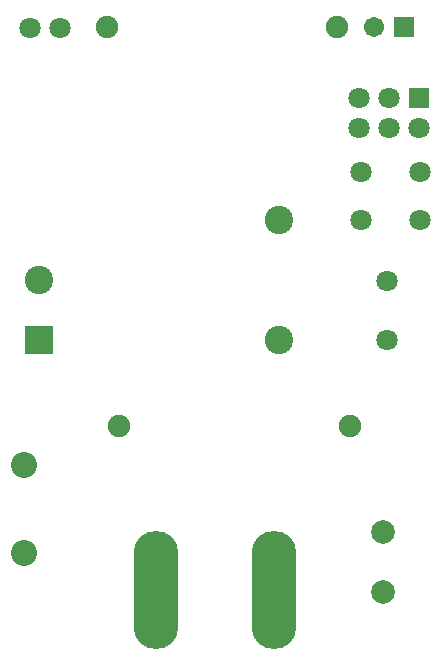
<source format=gbs>
G04 Layer_Color=16711935*
%FSLAX25Y25*%
%MOIN*%
G70*
G01*
G75*
%ADD24C,0.07099*%
%ADD25C,0.07480*%
%ADD26R,0.07099X0.07099*%
%ADD27C,0.06706*%
%ADD28R,0.06706X0.06706*%
%ADD29C,0.08674*%
%ADD30R,0.09461X0.09461*%
%ADD31C,0.09461*%
%ADD32C,0.07887*%
%ADD33O,0.14973X0.39383*%
D24*
X161379Y105457D02*
D03*
Y125142D02*
D03*
X152179Y176100D02*
D03*
Y186100D02*
D03*
X162179Y176100D02*
D03*
Y186100D02*
D03*
X172179Y176100D02*
D03*
X152637Y145600D02*
D03*
X172321D02*
D03*
X152637Y161500D02*
D03*
X172321D02*
D03*
X52379Y209700D02*
D03*
X42379D02*
D03*
D25*
X72197Y77034D02*
D03*
X148969D02*
D03*
X67993Y209900D02*
D03*
X144765D02*
D03*
D26*
X172179Y186100D02*
D03*
D27*
X156979Y210000D02*
D03*
D28*
X166979D02*
D03*
D29*
X40279Y34540D02*
D03*
Y64060D02*
D03*
D30*
X45479Y105500D02*
D03*
D31*
Y125500D02*
D03*
X125479Y105500D02*
D03*
Y145500D02*
D03*
D32*
X160079Y41600D02*
D03*
Y21600D02*
D03*
D33*
X123914Y22199D02*
D03*
X84516D02*
D03*
M02*

</source>
